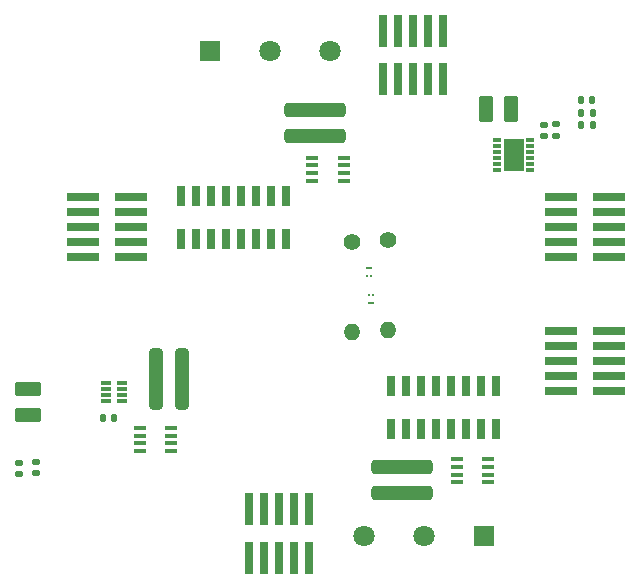
<source format=gbs>
G04 #@! TF.GenerationSoftware,KiCad,Pcbnew,7.0.2*
G04 #@! TF.CreationDate,2023-06-06T15:13:29-04:00*
G04 #@! TF.ProjectId,baseplate,62617365-706c-4617-9465-2e6b69636164,rev?*
G04 #@! TF.SameCoordinates,Original*
G04 #@! TF.FileFunction,Soldermask,Bot*
G04 #@! TF.FilePolarity,Negative*
%FSLAX46Y46*%
G04 Gerber Fmt 4.6, Leading zero omitted, Abs format (unit mm)*
G04 Created by KiCad (PCBNEW 7.0.2) date 2023-06-06 15:13:29*
%MOMM*%
%LPD*%
G01*
G04 APERTURE LIST*
G04 Aperture macros list*
%AMRoundRect*
0 Rectangle with rounded corners*
0 $1 Rounding radius*
0 $2 $3 $4 $5 $6 $7 $8 $9 X,Y pos of 4 corners*
0 Add a 4 corners polygon primitive as box body*
4,1,4,$2,$3,$4,$5,$6,$7,$8,$9,$2,$3,0*
0 Add four circle primitives for the rounded corners*
1,1,$1+$1,$2,$3*
1,1,$1+$1,$4,$5*
1,1,$1+$1,$6,$7*
1,1,$1+$1,$8,$9*
0 Add four rect primitives between the rounded corners*
20,1,$1+$1,$2,$3,$4,$5,0*
20,1,$1+$1,$4,$5,$6,$7,0*
20,1,$1+$1,$6,$7,$8,$9,0*
20,1,$1+$1,$8,$9,$2,$3,0*%
G04 Aperture macros list end*
%ADD10R,1.800000X1.800000*%
%ADD11C,1.800000*%
%ADD12R,0.736600X1.676400*%
%ADD13RoundRect,0.140000X-0.170000X0.140000X-0.170000X-0.140000X0.170000X-0.140000X0.170000X0.140000X0*%
%ADD14RoundRect,0.140000X-0.140000X-0.170000X0.140000X-0.170000X0.140000X0.170000X-0.140000X0.170000X0*%
%ADD15RoundRect,0.250000X2.350000X-0.325000X2.350000X0.325000X-2.350000X0.325000X-2.350000X-0.325000X0*%
%ADD16R,0.740000X2.790000*%
%ADD17RoundRect,0.008100X0.421900X0.126900X-0.421900X0.126900X-0.421900X-0.126900X0.421900X-0.126900X0*%
%ADD18R,0.650000X0.300000*%
%ADD19R,1.750000X2.750000*%
%ADD20RoundRect,0.140000X0.140000X0.170000X-0.140000X0.170000X-0.140000X-0.170000X0.140000X-0.170000X0*%
%ADD21R,0.150000X0.250000*%
%ADD22R,0.500000X0.250000*%
%ADD23R,2.790000X0.740000*%
%ADD24R,1.050000X0.450000*%
%ADD25RoundRect,0.250000X0.850000X-0.375000X0.850000X0.375000X-0.850000X0.375000X-0.850000X-0.375000X0*%
%ADD26RoundRect,0.250000X-0.325000X-2.350000X0.325000X-2.350000X0.325000X2.350000X-0.325000X2.350000X0*%
%ADD27C,1.400000*%
%ADD28O,1.400000X1.400000*%
%ADD29RoundRect,0.250000X0.375000X0.850000X-0.375000X0.850000X-0.375000X-0.850000X0.375000X-0.850000X0*%
G04 APERTURE END LIST*
D10*
X108700000Y-83480000D03*
D11*
X103620000Y-83480000D03*
X98540000Y-83480000D03*
D10*
X85450000Y-42390000D03*
D11*
X90530000Y-42390000D03*
X95610000Y-42390000D03*
D12*
X109670000Y-70758500D03*
X109670000Y-74441500D03*
X108400000Y-70758500D03*
X108400000Y-74441500D03*
X107130000Y-70758500D03*
X107130000Y-74441500D03*
X105860000Y-70758500D03*
X105860000Y-74441500D03*
X104590000Y-70758500D03*
X104590000Y-74441500D03*
X103320000Y-70758500D03*
X103320000Y-74441500D03*
X102050000Y-70758500D03*
X102050000Y-74441500D03*
X100780000Y-70758500D03*
X100780000Y-74441500D03*
D13*
X70730000Y-77200000D03*
X70730000Y-78160000D03*
D14*
X116910000Y-46550000D03*
X117870000Y-46550000D03*
D15*
X94400000Y-49650000D03*
X94400000Y-47400000D03*
D14*
X116940000Y-47650000D03*
X117900000Y-47650000D03*
D16*
X105200000Y-44770000D03*
X105200000Y-40700000D03*
X103930000Y-44770000D03*
X103930000Y-40700000D03*
X102660000Y-44770000D03*
X102660000Y-40700000D03*
X101390000Y-44770000D03*
X101390000Y-40700000D03*
X100120000Y-44770000D03*
X100120000Y-40700000D03*
D13*
X69330000Y-77260000D03*
X69330000Y-78220000D03*
D17*
X78060000Y-70530000D03*
X78060000Y-71030000D03*
X78060000Y-71530000D03*
X78060000Y-72030000D03*
X76690000Y-72030000D03*
X76690000Y-71530000D03*
X76690000Y-71030000D03*
X76690000Y-70530000D03*
D18*
X112600000Y-49950000D03*
X112600000Y-50450000D03*
X112600000Y-50950000D03*
X112600000Y-51450000D03*
X112600000Y-51950000D03*
X112600000Y-52450000D03*
X109800000Y-52450000D03*
X109800000Y-51950000D03*
X109800000Y-51450000D03*
X109800000Y-50950000D03*
X109800000Y-50450000D03*
X109800000Y-49950000D03*
D19*
X111200000Y-51200000D03*
D20*
X77400000Y-73490000D03*
X76440000Y-73490000D03*
D13*
X113730000Y-48640000D03*
X113730000Y-49600000D03*
D21*
X98765000Y-61464000D03*
X99119000Y-61464000D03*
D22*
X98945000Y-60813000D03*
D23*
X119300000Y-54800000D03*
X115230000Y-54800000D03*
X119300000Y-56070000D03*
X115230000Y-56070000D03*
X119300000Y-57340000D03*
X115230000Y-57340000D03*
X119300000Y-58610000D03*
X115230000Y-58610000D03*
X119300000Y-59880000D03*
X115230000Y-59880000D03*
X78770000Y-54800000D03*
X74700000Y-54800000D03*
X78770000Y-56070000D03*
X74700000Y-56070000D03*
X78770000Y-57340000D03*
X74700000Y-57340000D03*
X78770000Y-58610000D03*
X74700000Y-58610000D03*
X78770000Y-59880000D03*
X74700000Y-59880000D03*
D24*
X96800000Y-51450000D03*
X96800000Y-52100000D03*
X96800000Y-52750000D03*
X96800000Y-53400000D03*
X94150000Y-53400000D03*
X94150000Y-52750000D03*
X94150000Y-52100000D03*
X94150000Y-51450000D03*
D15*
X101710000Y-79845000D03*
X101710000Y-77595000D03*
D23*
X119300000Y-66120000D03*
X115230000Y-66120000D03*
X119300000Y-67390000D03*
X115230000Y-67390000D03*
X119300000Y-68660000D03*
X115230000Y-68660000D03*
X119300000Y-69930000D03*
X115230000Y-69930000D03*
X119300000Y-71200000D03*
X115230000Y-71200000D03*
D25*
X70100000Y-73215000D03*
X70100000Y-71065000D03*
D24*
X82225000Y-74325000D03*
X82225000Y-74975000D03*
X82225000Y-75625000D03*
X82225000Y-76275000D03*
X79575000Y-76275000D03*
X79575000Y-75625000D03*
X79575000Y-74975000D03*
X79575000Y-74325000D03*
X109065000Y-78945000D03*
X109065000Y-78295000D03*
X109065000Y-77645000D03*
X109065000Y-76995000D03*
X106415000Y-76995000D03*
X106415000Y-77645000D03*
X106415000Y-78295000D03*
X106415000Y-78945000D03*
D26*
X80900000Y-70150000D03*
X83150000Y-70150000D03*
D16*
X93880000Y-85300000D03*
X93880000Y-81230000D03*
X92610000Y-85300000D03*
X92610000Y-81230000D03*
X91340000Y-85300000D03*
X91340000Y-81230000D03*
X90070000Y-85300000D03*
X90070000Y-81230000D03*
X88800000Y-85300000D03*
X88800000Y-81230000D03*
D27*
X97540000Y-58570000D03*
D28*
X97540000Y-66190000D03*
D29*
X111000000Y-47300000D03*
X108850000Y-47300000D03*
D27*
X100580000Y-58430000D03*
D28*
X100580000Y-66050000D03*
D14*
X116920000Y-48700000D03*
X117880000Y-48700000D03*
D13*
X114770000Y-48610000D03*
X114770000Y-49570000D03*
D12*
X91895000Y-54658500D03*
X91895000Y-58341500D03*
X90625000Y-54658500D03*
X90625000Y-58341500D03*
X89355000Y-54658500D03*
X89355000Y-58341500D03*
X88085000Y-54658500D03*
X88085000Y-58341500D03*
X86815000Y-54658500D03*
X86815000Y-58341500D03*
X85545000Y-54658500D03*
X85545000Y-58341500D03*
X84275000Y-54658500D03*
X84275000Y-58341500D03*
X83005000Y-54658500D03*
X83005000Y-58341500D03*
D21*
X99309000Y-63081000D03*
X98955000Y-63081000D03*
D22*
X99129000Y-63732000D03*
M02*

</source>
